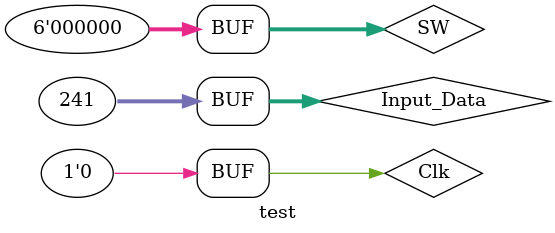
<source format=v>
`timescale 1ns / 1ps


module test;

	// Inputs
	reg [5:0] SW;
	reg Clk;
	reg [32:1] Input_Data;

	// Outputs
	wire [32:1] Output_Data;
	wire [2:0] which;
	wire [7:0] led;
	wire shine;

	// Instantiate the Unit Under Test (UUT)
	top uut (
		.SW(SW), 
		.Clk(Clk), 
		.Input_Data(Input_Data), 
		.Output_Data(Output_Data), 
		.which(which), 
		.led(led), 
		.shine(shine)
	);

	initial begin
		// Initialize Inputs
		SW = 0;
		Clk = 0;
		Input_Data = 0;

		// Wait 100 ns for global reset to finish
		#10;
      	Clk=0;SW[0] = 1;#50;Clk=1;SW[0] = 0;#50;
			
		Clk=1;Input_Data = 32'h0000_0000;#50;
      Clk=1;SW[1] = 1;#50;Clk=0;SW[1] = 0;#50;
		
		Input_Data = 32'hffff_ffff;
		Clk=1;SW[2] = 1;#50;Clk=0;SW[2] =0;#50;
		Clk=1;SW[3] = 1;#50;Clk=0;SW[3] =0;#50;
		
		Clk=1;Input_Data = 32'h004a_0f01;#50;
		Clk=1;SW[1] = 1;#50;Clk=0;SW[1] = 0;#50;
		
		Input_Data = 32'h0000_00f1;
		Clk=1;SW[2] = 1;#50;Clk=0;SW[2] =0;#50;
		Clk=1;SW[3] = 1;#50;Clk=0;SW[3] =0;#50;
		
		Clk=1;SW[4] = 1;#50;Clk=0;SW[4] =0;#50;
		
		Clk=1;#1;Clk=0;#1;
		Clk=1;#1;Clk=0;#1;
		Clk=1;#1;Clk=0;#1;
		Clk=1;#1;Clk=0;#1;Clk=1;#1;Clk=0;#1;
		Clk=1;#1;Clk=0;#1;Clk=1;#1;Clk=0;#1;
		Clk=1;#1;Clk=0;#1;Clk=1;#1;Clk=0;#1;Clk=1;#1;Clk=0;#1;Clk=1;#1;Clk=0;#1;
		Clk=1;#1;Clk=0;#1;Clk=1;#1;Clk=0;#1;Clk=1;#1;Clk=0;#1;Clk=1;#1;Clk=0;#1;
		Clk=1;#1;Clk=0;#1;Clk=1;#1;Clk=0;#1;Clk=1;#1;Clk=0;#1;Clk=1;#1;Clk=0;#1;
		Clk=1;#1;Clk=0;#1;Clk=1;#1;Clk=0;#1;Clk=1;#1;Clk=0;#1;Clk=1;#1;Clk=0;#1;
		Clk=1;#1;Clk=0;#1;Clk=1;#1;Clk=0;#1;Clk=1;#1;Clk=0;#1;Clk=1;#1;Clk=0;#1;
		Clk=1;#1;Clk=0;#1;Clk=1;#1;Clk=0;#1;Clk=1;#1;Clk=0;#1;Clk=1;#1;Clk=0;#1;
		Clk=1;#1;Clk=0;#1;Clk=1;#1;Clk=0;#1;Clk=1;#1;Clk=0;#1;Clk=1;#1;Clk=0;#1;
		Clk=1;#1;Clk=0;#1;Clk=1;#1;Clk=0;#1;Clk=1;#1;Clk=0;#1;Clk=1;#1;Clk=0;#1;
		Clk=1;#1;Clk=0;#1;Clk=1;#1;Clk=0;#1;Clk=1;#1;Clk=0;#1;Clk=1;#1;Clk=0;#1;
		Clk=1;#1;Clk=0;#1;Clk=1;#1;Clk=0;#1;Clk=1;#1;Clk=0;#1;Clk=1;#1;Clk=0;#1;
		Clk=1;#1;Clk=0;#1;Clk=1;#1;Clk=0;#1;Clk=1;#1;Clk=0;#1;Clk=1;#1;Clk=0;#1;
		Clk=1;#1;Clk=0;#1;Clk=1;#1;Clk=0;#1;Clk=1;#1;Clk=0;#1;Clk=1;#1;Clk=0;#1;
		Clk=1;#1;Clk=0;#1;Clk=1;#1;Clk=0;#1;Clk=1;#1;Clk=0;#1;Clk=1;#1;Clk=0;#1;
		Clk=1;#1;Clk=0;#1;Clk=1;#1;Clk=0;#1;Clk=1;#1;Clk=0;#1;Clk=1;#1;Clk=0;#1;
		Clk=1;#1;Clk=0;#1;Clk=1;#1;Clk=0;#1;Clk=1;#1;Clk=0;#1;Clk=1;#1;Clk=0;#1;
		Clk=1;#1;Clk=0;#1;Clk=1;#1;Clk=0;#1;Clk=1;#1;Clk=0;#1;Clk=1;#1;Clk=0;#1;
		Clk=1;#1;Clk=0;#1;Clk=1;#1;Clk=0;#1;Clk=1;#1;Clk=0;#1;Clk=1;#1;Clk=0;#1;
		Clk=1;#1;Clk=0;#1;Clk=1;#1;Clk=0;#1;Clk=1;#1;Clk=0;#1;Clk=1;#1;Clk=0;#1;
		Clk=1;#1;Clk=0;#1;Clk=1;#1;Clk=0;#1;Clk=1;#1;Clk=0;#1;Clk=1;#1;Clk=0;#1;
		Clk=1;#1;Clk=0;#1;Clk=1;#1;Clk=0;#1;Clk=1;#1;Clk=0;#1;Clk=1;#1;Clk=0;#1;
		Clk=1;#1;Clk=0;#1;Clk=1;#1;Clk=0;#1;Clk=1;#1;Clk=0;#1;Clk=1;#1;Clk=0;#1;

	end
      
endmodule


</source>
